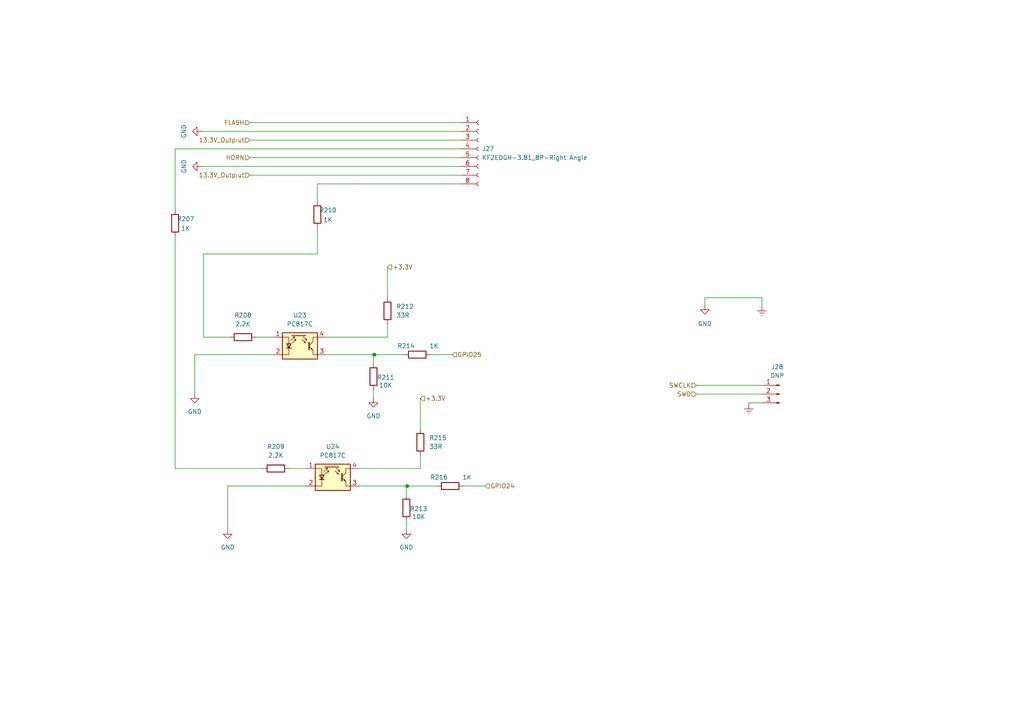
<source format=kicad_sch>
(kicad_sch (version 20231120) (generator "eeschema") (generator_version "8.0")
  (paper "A4")
  (lib_symbols
    (symbol "Connector:Conn_01x03_Pin" (pin_names (offset 1.016) hide)
      (property "Reference" "J" (at 0 5.08 0))
      (property "Value" "Conn_01x03_Pin" (at 0 -5.08 0))
      (symbol "Conn_01x03_Pin_1_1"
        (polyline (pts (xy 1.27 -2.54) (xy 0.8636 -2.54)) (stroke (width 0.1524)))
        (polyline (pts (xy 1.27 0) (xy 0.8636 0)) (stroke (width 0.1524)))
        (polyline (pts (xy 1.27 2.54) (xy 0.8636 2.54)) (stroke (width 0.1524)))
        (rectangle (start 0.8636 -2.413) (end 0 -2.667) (stroke (width 0.1524)) (fill (type outline)))
        (rectangle (start 0.8636 0.127) (end 0 -0.127) (stroke (width 0.1524)) (fill (type outline)))
        (rectangle (start 0.8636 2.667) (end 0 2.413) (stroke (width 0.1524)) (fill (type outline)))
        (pin passive line (at 5.08 2.54 180) (length 3.81) (name "Pin_1") (number "1"))
        (pin passive line (at 5.08 0 180) (length 3.81) (name "Pin_2") (number "2"))
        (pin passive line (at 5.08 -2.54 180) (length 3.81) (name "Pin_3") (number "3"))
      )
    )
    (symbol "Connector:Conn_01x08_Socket" (pin_names (offset 1.016) hide)
      (property "Reference" "J" (at 0 10.16 0))
      (property "Value" "Conn_01x08_Socket" (at 0 -12.7 0))
      (symbol "Conn_01x08_Socket_1_1"
        (arc (start 0 -9.652) (mid -0.5058 -10.16) (end 0 -10.668) (stroke (width 0.1524)))
        (arc (start 0 -7.112) (mid -0.5058 -7.62) (end 0 -8.128) (stroke (width 0.1524)))
        (arc (start 0 -4.572) (mid -0.5058 -5.08) (end 0 -5.588) (stroke (width 0.1524)))
        (arc (start 0 -2.032) (mid -0.5058 -2.54) (end 0 -3.048) (stroke (width 0.1524)))
        (polyline (pts (xy -1.27 -10.16) (xy -0.508 -10.16)) (stroke (width 0.1524)))
        (polyline (pts (xy -1.27 -7.62) (xy -0.508 -7.62)) (stroke (width 0.1524)))
        (polyline (pts (xy -1.27 -5.08) (xy -0.508 -5.08)) (stroke (width 0.1524)))
        (polyline (pts (xy -1.27 -2.54) (xy -0.508 -2.54)) (stroke (width 0.1524)))
        (polyline (pts (xy -1.27 0) (xy -0.508 0)) (stroke (width 0.1524)))
        (polyline (pts (xy -1.27 2.54) (xy -0.508 2.54)) (stroke (width 0.1524)))
        (polyline (pts (xy -1.27 5.08) (xy -0.508 5.08)) (stroke (width 0.1524)))
        (polyline (pts (xy -1.27 7.62) (xy -0.508 7.62)) (stroke (width 0.1524)))
        (arc (start 0 0.508) (mid -0.5058 0) (end 0 -0.508) (stroke (width 0.1524)))
        (arc (start 0 3.048) (mid -0.5058 2.54) (end 0 2.032) (stroke (width 0.1524)))
        (arc (start 0 5.588) (mid -0.5058 5.08) (end 0 4.572) (stroke (width 0.1524)))
        (arc (start 0 8.128) (mid -0.5058 7.62) (end 0 7.112) (stroke (width 0.1524)))
        (pin passive line (at -5.08 7.62 0) (length 3.81) (name "Pin_1") (number "1"))
        (pin passive line (at -5.08 5.08 0) (length 3.81) (name "Pin_2") (number "2"))
        (pin passive line (at -5.08 2.54 0) (length 3.81) (name "Pin_3") (number "3"))
        (pin passive line (at -5.08 0 0) (length 3.81) (name "Pin_4") (number "4"))
        (pin passive line (at -5.08 -2.54 0) (length 3.81) (name "Pin_5") (number "5"))
        (pin passive line (at -5.08 -5.08 0) (length 3.81) (name "Pin_6") (number "6"))
        (pin passive line (at -5.08 -7.62 0) (length 3.81) (name "Pin_7") (number "7"))
        (pin passive line (at -5.08 -10.16 0) (length 3.81) (name "Pin_8") (number "8"))
      )
    )
    (symbol "Device:R" (pin_numbers hide) (pin_names (offset 0))
      (property "Reference" "R" (at 2.032 0 90))
      (property "Value" "R" (at 0 0 90))
      (symbol "R_0_1"
        (rectangle (start -1.016 -2.54) (end 1.016 2.54) (stroke (width 0.254)))
      )
      (symbol "R_1_1"
        (pin passive line (at 0 3.81 270) (length 1.27) (name "~") (number "1"))
        (pin passive line (at 0 -3.81 90) (length 1.27) (name "~") (number "2"))
      )
    )
    (symbol "Sensor_Proximity:SFH9201" (pin_names (offset 0.0254) hide)
      (property "Reference" "U?" (at 0 8.89 0))
      (property "Value" "SFH9201" (at 0 6.35 0))
      (symbol "SFH9201_0_1"
        (polyline (pts (xy -3.81 -0.635) (xy -2.54 -0.635)) (stroke (width 0.254)))
        (polyline (pts (xy -2.286 2.921) (xy -2.032 3.175)))
        (polyline (pts (xy -1.778 2.921) (xy -1.524 3.175)))
        (polyline (pts (xy -1.524 2.667) (xy -1.651 2.159)))
        (polyline (pts (xy -1.27 2.921) (xy -1.016 3.175)))
        (polyline (pts (xy -1.143 1.905) (xy -1.27 1.397)))
        (polyline (pts (xy -0.762 2.921) (xy -0.508 3.175)))
        (polyline (pts (xy -0.254 2.921) (xy 0 3.175)))
        (polyline (pts (xy 0.254 2.921) (xy 0.508 3.175)))
        (polyline (pts (xy 0.762 2.921) (xy 1.016 3.175)))
        (polyline (pts (xy 1.27 2.921) (xy 1.524 3.175)))
        (polyline (pts (xy 1.651 0.889) (xy 1.143 1.016)))
        (polyline (pts (xy 1.778 2.921) (xy -2.413 2.921)))
        (polyline (pts (xy 2.032 1.651) (xy 1.524 1.778)))
        (polyline (pts (xy 2.667 -0.127) (xy 3.81 -1.27)))
        (polyline (pts (xy 2.667 0.127) (xy 3.81 1.27)))
        (polyline (pts (xy -2.54 1.651) (xy -1.524 2.667) (xy -2.032 2.54)))
        (polyline (pts (xy -2.159 0.889) (xy -1.143 1.905) (xy -1.651 1.778)))
        (polyline (pts (xy 0.635 1.905) (xy 1.651 0.889) (xy 1.524 1.397)))
        (polyline (pts (xy 1.016 2.667) (xy 2.032 1.651) (xy 1.905 2.159)))
        (polyline (pts (xy 2.667 1.016) (xy 2.667 -1.016) (xy 2.667 -1.016)) (stroke (width 0.3556)))
        (polyline (pts (xy 3.81 -1.27) (xy 3.81 -2.54) (xy 5.08 -2.54)))
        (polyline (pts (xy 3.81 1.27) (xy 3.81 2.54) (xy 5.08 2.54)))
        (polyline (pts (xy -5.08 -2.54) (xy -3.175 -2.54) (xy -3.175 2.54) (xy -5.08 2.54)))
        (polyline (pts (xy -3.175 -0.635) (xy -3.81 0.635) (xy -2.54 0.635) (xy -3.175 -0.635)) (stroke (width 0.254)))
        (polyline (pts (xy 3.683 -1.143) (xy 3.429 -0.635) (xy 3.175 -0.889) (xy 3.683 -1.143)))
        (polyline (pts (xy -5.08 -3.81) (xy 5.08 -3.81) (xy 5.08 3.81) (xy -5.08 3.81) (xy -5.08 -3.81)) (stroke (width 0.254)) (fill (type background)))
      )
      (symbol "SFH9201_1_1"
        (pin passive line (at -7.62 2.54 0) (length 2.54) (name "A") (number "1"))
        (pin passive line (at -7.62 -2.54 0) (length 2.54) (name "K") (number "2"))
        (pin open_emitter line (at 7.62 -2.54 180) (length 2.54) (name "E") (number "3"))
        (pin open_collector line (at 7.62 2.54 180) (length 2.54) (name "C") (number "4"))
      )
    )
    (symbol "power:Earth" (power) (pin_names (offset 0))
      (symbol "Earth_0_1"
        (polyline (pts (xy -0.635 -1.905) (xy 0.635 -1.905)))
        (polyline (pts (xy -0.127 -2.54) (xy 0.127 -2.54)))
        (polyline (pts (xy 0 -1.27) (xy 0 0)))
        (polyline (pts (xy 1.27 -1.27) (xy -1.27 -1.27)))
      )
      (symbol "Earth_1_1"
        (pin power_in line (at 0 0 270) (length 0) hide (name "Earth") (number "1"))
      )
    )
    (symbol "power:GND" (power) (pin_names (offset 0))
      (property "Value" "GND" (at 0 -3.81 0))
      (symbol "GND_0_1"
        (polyline (pts (xy 0 0) (xy 0 -1.27) (xy 1.27 -1.27) (xy 0 -2.54) (xy -1.27 -1.27) (xy 0 -1.27)))
      )
      (symbol "GND_1_1"
        (pin power_in line (at 0 0 270) (length 0) hide (name "GND") (number "1"))
      )
    )
  )
  (junction (at 118.11 140.971))
  (junction (at 108.5627 102.87))
  (wire (pts (xy 74.2727 97.789) (xy 79.3527 97.789)))
  (wire (pts (xy 108.3183 102.87) (xy 108.5627 102.87)))
  (wire (pts (xy 72.39 40.64) (xy 133.7183 40.64)))
  (wire (pts (xy 83.82 135.89) (xy 88.9 135.89)))
  (wire (pts (xy 118.11 140.971) (xy 126.7556 140.971)))
  (wire (pts (xy 56.4927 102.869) (xy 79.3527 102.869)))
  (wire (pts (xy 66.04 140.97) (xy 88.9 140.97)))
  (wire (pts (xy 102.2127 53.339) (xy 102.2127 53.34)))
  (wire (pts (xy 58.42 38.1) (xy 133.7183 38.1)))
  (wire (pts (xy 117.8656 140.971) (xy 117.8656 143.5026)))
  (wire (pts (xy 104.14 135.89) (xy 121.92 135.89)))
  (wire (pts (xy 72.39 45.72) (xy 133.7183 45.72)))
  (wire (pts (xy 220.98 86.36) (xy 220.98 88.9)))
  (wire (pts (xy 112.3727 93.979) (xy 112.3727 97.789)))
  (wire (pts (xy 201.93 114.3) (xy 220.98 114.3)))
  (wire (pts (xy 50.8 43.18) (xy 133.7183 43.18)))
  (wire (pts (xy 50.8 135.89) (xy 76.2 135.89)))
  (wire (pts (xy 217.17 116.84) (xy 217.17 117.348)))
  (wire (pts (xy 72.39 35.56) (xy 133.7183 35.56)))
  (wire (pts (xy 104.14 140.97) (xy 118.11 140.97)))
  (wire (pts (xy 102.2127 53.34) (xy 133.7183 53.34)))
  (wire (pts (xy 66.04 140.97) (xy 66.04 153.67)))
  (wire (pts (xy 92.0527 66.039) (xy 92.0527 73.659)))
  (wire (pts (xy 121.92 115.57) (xy 121.92 124.46)))
  (wire (pts (xy 118.11 140.97) (xy 118.11 140.971)))
  (wire (pts (xy 134.3756 140.971) (xy 140.7256 140.971)))
  (wire (pts (xy 217.17 116.84) (xy 220.98 116.84)))
  (wire (pts (xy 117.8656 151.1226) (xy 117.8656 153.671)))
  (wire (pts (xy 108.5627 102.87) (xy 117.2083 102.87)))
  (wire (pts (xy 92.0363 53.339) (xy 102.2127 53.339)))
  (wire (pts (xy 220.98 86.36) (xy 204.4494 86.36)))
  (wire (pts (xy 108.5627 102.869) (xy 108.5627 102.87)))
  (wire (pts (xy 117.8656 140.971) (xy 118.11 140.971)))
  (wire (pts (xy 59.0327 73.659) (xy 59.0327 97.789)))
  (wire (pts (xy 59.0327 97.789) (xy 66.6527 97.789)))
  (wire (pts (xy 108.3183 102.87) (xy 108.3183 105.4016)))
  (wire (pts (xy 92.0527 73.659) (xy 59.0327 73.659)))
  (wire (pts (xy 58.42 48.26) (xy 133.7183 48.26)))
  (wire (pts (xy 94.5927 102.869) (xy 108.5627 102.869)))
  (wire (pts (xy 94.5927 97.789) (xy 112.3727 97.789)))
  (wire (pts (xy 204.4494 86.36) (xy 204.4494 88.5768)))
  (wire (pts (xy 50.8 43.18) (xy 50.8 60.96)))
  (wire (pts (xy 124.8283 102.87) (xy 131.1783 102.87)))
  (wire (pts (xy 50.8 68.58) (xy 50.8 135.89)))
  (wire (pts (xy 72.39 50.8) (xy 133.7183 50.8)))
  (wire (pts (xy 201.93 111.76) (xy 220.98 111.76)))
  (wire (pts (xy 92.0363 58.419) (xy 92.0527 58.419)))
  (wire (pts (xy 121.92 132.08) (xy 121.92 135.89)))
  (wire (pts (xy 108.3183 113.0216) (xy 108.3183 115.57)))
  (wire (pts (xy 92.0363 53.339) (xy 92.0363 58.419)))
  (wire (pts (xy 56.4927 102.869) (xy 56.4927 114.299)))
  (wire (pts (xy 112.3727 77.469) (xy 112.3727 86.359)))
  (hierarchical_label "GPIO25" (shape input) (at 131.1783 102.87 0))
  (hierarchical_label "SWCLK" (shape input) (at 201.93 111.76 180))
  (hierarchical_label "+3.3V" (shape input) (at 112.3727 77.469 0))
  (hierarchical_label "HORN" (shape input) (at 72.39 45.72 180))
  (hierarchical_label "+3.3V" (shape input) (at 121.92 115.57 0))
  (hierarchical_label "SWD" (shape input) (at 201.93 114.3 180))
  (hierarchical_label "13.3V_Outpıut" (shape input) (at 72.39 50.8 180))
  (hierarchical_label "FLASH" (shape input) (at 72.39 35.56 180))
  (hierarchical_label "13.3V_Outpıut" (shape input) (at 72.39 40.64 180))
  (hierarchical_label "GPIO24" (shape input) (at 140.7256 140.971 0))
  (symbol (lib_id "Connector:Conn_01x03_Pin") (at 226.06 114.3 0) (mirror y) (unit 1)
    (property "Reference" "J28" (at 225.425 106.426 0))
    (property "Value" "DNP" (at 225.425 108.966 0))
    (property "Footprint" "Connector_PinSocket_2.00mm:PinSocket_1x03_P2.00mm_Vertical" (effects (hide yes)))
  )
  (symbol (lib_id "Device:R") (at 121.0183 102.87 90) (unit 1)
    (property "Reference" "R214" (at 117.7598 100.331 90))
    (property "Value" "1K" (at 125.8878 100.331 90))
    (property "Footprint" "Resistor_SMD:R_0603_1608Metric" (effects (hide yes)))
    (property "Description" "Resistor" (effects (hide yes)))
    (property "MPN" "0603WAF1001T5E" (effects (hide yes)))
    (instances (project "Movita_3566_HXV_Router_V4.0" (path "" (reference "R214") (unit 1))) (project "LM1117" (path "" (reference "R?") (unit 1)) (path "" (reference "R?") (unit 1)) (path "" (reference "R?") (unit 1))) (project "IO_Board" (path "" (reference "R3") (unit 1))))
  )
  (symbol (lib_id "power:GND") (at 108.3183 115.57 0) (unit 1)
    (property "Reference" "#PWR0237" (effects (hide yes)))
    (property "Value" "GND" (at 108.3183 120.65 0))
    (property "Description" "Power symbol creates a global label with name \"GND\" , ground" (effects (hide yes)))
    (instances (project "Movita_3566_HXV_Router_V4.0" (path "" (reference "#PWR0237") (unit 1))) (project "LM1117" (path "" (reference "#PWR05") (unit 1)) (path "" (reference "#PWR014") (unit 1)) (path "" (reference "#PWR019") (unit 1))) (project "IO_Board" (path "" (reference "#PWR020") (unit 1))))
  )
  (symbol (lib_id "Device:R") (at 117.8656 147.3126 180) (unit 1)
    (property "Reference" "R213" (at 121.4216 147.575 0))
    (property "Value" "10K" (at 121.4216 149.861 0))
    (property "Footprint" "Resistor_SMD:R_0603_1608Metric" (effects (hide yes)))
    (property "Description" "Resistor" (effects (hide yes)))
    (property "MPN" "0603WAF1002T5E" (effects (hide yes)))
  )
  (symbol (lib_id "Device:R") (at 70.4627 97.789 90) (unit 1)
    (property "Reference" "R208" (at 70.4627 91.439 90))
    (property "Value" "2.2K" (at 70.4627 93.979 90))
    (property "Footprint" "Resistor_SMD:R_0603_1608Metric" (effects (hide yes)))
    (property "Description" "Resistor" (effects (hide yes)))
    (property "MPN" "0603WAF2201T5E" (effects (hide yes)))
    (instances (project "Movita_3566_HXV_Router_V4.0" (path "" (reference "R208") (unit 1))) (project "LM1117" (path "" (reference "R?") (unit 1)) (path "" (reference "R?") (unit 1)) (path "" (reference "R?") (unit 1))) (project "IO_Board" (path "" (reference "R1") (unit 1))))
  )
  (symbol (lib_id "power:GND") (at 56.4927 114.299 0) (unit 1)
    (property "Reference" "#PWR0233" (effects (hide yes)))
    (property "Value" "GND" (at 56.4927 119.379 0))
    (property "Description" "Power symbol creates a global label with name \"GND\" , ground" (effects (hide yes)))
    (instances (project "Movita_3566_HXV_Router_V4.0" (path "" (reference "#PWR0233") (unit 1))) (project "LM1117" (path "" (reference "#PWR05") (unit 1)) (path "" (reference "#PWR012") (unit 1)) (path "" (reference "#PWR017") (unit 1))) (project "IO_Board" (path "" (reference "#PWR017") (unit 1))))
  )
  (symbol (lib_id "Device:R") (at 50.8 64.77 0) (unit 1)
    (property "Reference" "R207" (at 53.848 63.5 0))
    (property "Value" "1K" (at 53.848 66.294 0))
    (property "Footprint" "Resistor_SMD:R_0603_1608Metric" (effects (hide yes)))
    (property "Description" "Resistor" (effects (hide yes)))
    (property "MPN" "0603WAF1001T5E" (effects (hide yes)))
  )
  (symbol (lib_id "power:GND") (at 204.4494 88.5768 0) (mirror y) (unit 1)
    (property "Reference" "#PWR0239" (effects (hide yes)))
    (property "Value" "GND" (at 204.4494 93.9108 0))
    (property "Description" "Power symbol creates a global label with name \"GND\" , ground" (effects (hide yes)))
  )
  (symbol (lib_id "power:GND") (at 58.42 38.1 270) (unit 1)
    (property "Reference" "#PWR0234" (effects (hide yes)))
    (property "Value" "GND" (at 53.34 38.1 0))
    (property "Description" "Power symbol creates a global label with name \"GND\" , ground" (effects (hide yes)))
  )
  (symbol (lib_id "Connector:Conn_01x08_Socket") (at 138.7983 43.18 0) (unit 1)
    (property "Reference" "J27" (at 139.767 43.1799 0) (effects (justify left)))
    (property "Value" "KF2EDGH-3.81_8P-Right Angle" (at 139.767 45.7199 0) (effects (justify left)))
    (property "Footprint" "KF2EDGH:KF2EDGH-3.81_8P" (effects (hide yes)))
    (property "Description" "Generic connector, single row, 01x08, script generated" (effects (hide yes)))
    (property "MPN" "15EDGK-3.81 双层 2*4p" (effects (hide yes)))
  )
  (symbol (lib_id "Device:R") (at 92.0527 62.229 0) (unit 1)
    (property "Reference" "R210" (at 95.1007 60.959 0))
    (property "Value" "1K" (at 95.1007 63.753 0))
    (property "Footprint" "Resistor_SMD:R_0603_1608Metric" (effects (hide yes)))
    (property "Description" "Resistor" (effects (hide yes)))
    (property "MPN" "0603WAF1001T5E" (effects (hide yes)))
    (instances (project "Movita_3566_HXV_Router_V4.0" (path "" (reference "R210") (unit 1))) (project "LM1117" (path "" (reference "R1") (unit 1)) (path "" (reference "R?") (unit 1))) (project "IO_Board" (path "" (reference "R11") (unit 1))))
  )
  (symbol (lib_id "power:GND") (at 58.42 48.26 270) (unit 1)
    (property "Reference" "#PWR0235" (effects (hide yes)))
    (property "Value" "GND" (at 53.34 48.26 0))
    (property "Description" "Power symbol creates a global label with name \"GND\" , ground" (effects (hide yes)))
  )
  (symbol (lib_id "power:GND") (at 117.8656 153.671 0) (unit 1)
    (property "Reference" "#PWR0238" (effects (hide yes)))
    (property "Value" "GND" (at 117.8656 158.751 0))
    (property "Description" "Power symbol creates a global label with name \"GND\" , ground" (effects (hide yes)))
  )
  (symbol (lib_id "power:GND") (at 66.04 153.67 0) (unit 1)
    (property "Reference" "#PWR0236" (effects (hide yes)))
    (property "Value" "GND" (at 66.04 158.75 0))
    (property "Description" "Power symbol creates a global label with name \"GND\" , ground" (effects (hide yes)))
  )
  (symbol (lib_id "Sensor_Proximity:SFH9201") (at 96.52 138.43 0) (unit 1)
    (property "Reference" "U24" (at 96.52 129.54 0))
    (property "Value" "PC817C" (at 96.52 132.08 0))
    (property "Footprint" "HDMI 2.0 TX:PC817" (effects (hide yes)))
    (property "MPN" "PC817C_4PIN_SMD" (effects (hide yes)))
  )
  (symbol (lib_id "Device:R") (at 80.01 135.89 90) (unit 1)
    (property "Reference" "R209" (at 80.01 129.54 90))
    (property "Value" "2.2K" (at 80.01 132.08 90))
    (property "Footprint" "Resistor_SMD:R_0603_1608Metric" (effects (hide yes)))
    (property "Description" "Resistor" (effects (hide yes)))
    (property "MPN" "0603WAF2201T5E" (effects (hide yes)))
  )
  (symbol (lib_id "power:Earth") (at 220.98 88.9 0) (unit 1)
    (property "Reference" "#PWR0240" (effects (hide yes)))
    (property "Value" "Earth" (effects (hide yes)))
    (property "Description" "Power symbol creates a global label with name \"Earth\"" (effects (hide yes)))
  )
  (symbol (lib_id "Sensor_Proximity:SFH9201") (at 86.9727 100.329 0) (unit 1)
    (property "Reference" "U23" (at 86.9727 91.439 0))
    (property "Value" "PC817C" (at 86.9727 93.979 0))
    (property "Footprint" "HDMI 2.0 TX:PC817" (effects (hide yes)))
    (property "MPN" "PC817C_4PIN_SMD" (effects (hide yes)))
    (instances (project "Movita_3566_HXV_Router_V4.0" (path "" (reference "U23") (unit 1))) (project "LM1117" (path "" (reference "U?") (unit 1)) (path "" (reference "U?") (unit 1))) (project "IO_Board" (path "" (reference "U1") (unit 1))))
  )
  (symbol (lib_id "Device:R") (at 112.3727 90.169 0) (unit 1)
    (property "Reference" "R212" (at 114.9127 88.8989 0) (effects (justify left)))
    (property "Value" "33R" (at 114.9127 91.4389 0) (effects (justify left)))
    (property "Footprint" "Resistor_SMD:R_0603_1608Metric" (effects (hide yes)))
    (property "Description" "Resistor" (effects (hide yes)))
    (property "MPN" "0603WAF330JT5E" (effects (hide yes)))
    (instances (project "Movita_3566_HXV_Router_V4.0" (path "" (reference "R212") (unit 1))) (project "LM1117" (path "" (reference "R?") (unit 1)) (path "" (reference "R?") (unit 1)) (path "" (reference "R?") (unit 1))) (project "IO_Board" (path "" (reference "R3") (unit 1))))
  )
  (symbol (lib_id "Device:R") (at 130.5656 140.971 90) (unit 1)
    (property "Reference" "R216" (at 127.3071 138.432 90))
    (property "Value" "1K" (at 135.4351 138.432 90))
    (property "Footprint" "Resistor_SMD:R_0603_1608Metric" (effects (hide yes)))
    (property "Description" "Resistor" (effects (hide yes)))
    (property "MPN" "0603WAF1001T5E" (effects (hide yes)))
  )
  (symbol (lib_id "Device:R") (at 121.92 128.27 0) (unit 1)
    (property "Reference" "R215" (at 124.46 126.9999 0) (effects (justify left)))
    (property "Value" "33R" (at 124.46 129.5399 0) (effects (justify left)))
    (property "Footprint" "Resistor_SMD:R_0603_1608Metric" (effects (hide yes)))
    (property "Description" "Resistor" (effects (hide yes)))
    (property "MPN" "0603WAF330JT5E" (effects (hide yes)))
  )
  (symbol (lib_id "Device:R") (at 108.3183 109.2116 180) (unit 1)
    (property "Reference" "R211" (at 111.8743 109.474 0))
    (property "Value" "10K" (at 111.8743 111.76 0))
    (property "Footprint" "Resistor_SMD:R_0603_1608Metric" (effects (hide yes)))
    (property "Description" "Resistor" (effects (hide yes)))
    (property "MPN" "0603WAF1002T5E" (effects (hide yes)))
    (instances (project "Movita_3566_HXV_Router_V4.0" (path "" (reference "R211") (unit 1))) (project "LM1117" (path "" (reference "R?") (unit 1)) (path "" (reference "R?") (unit 1)) (path "" (reference "R?") (unit 1))) (project "IO_Board" (path "" (reference "R3") (unit 1))))
  )
  (symbol (lib_id "power:Earth") (at 217.17 117.348 0) (unit 1)
    (property "Reference" "#PWR0242" (effects (hide yes)))
    (property "Value" "Earth" (effects (hide yes)))
    (property "Description" "Power symbol creates a global label with name \"Earth\"" (effects (hide yes)))
  )
)
</source>
